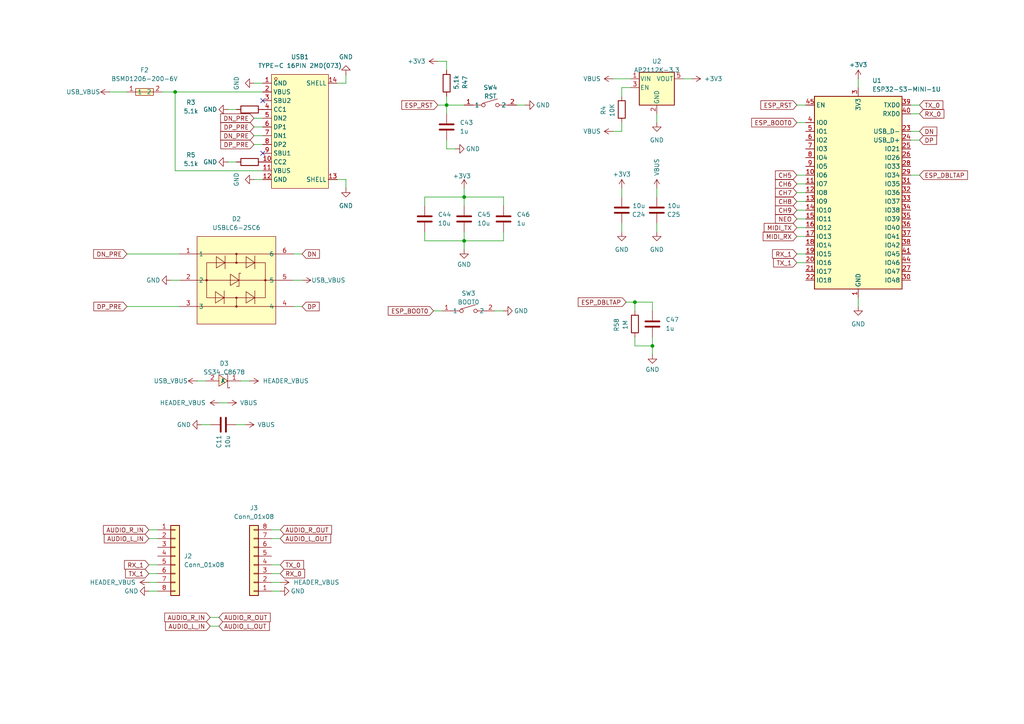
<source format=kicad_sch>
(kicad_sch (version 20250114) (generator "eeschema") (generator_version "9.0")
  (paper "A4")
  (junction (at 317.5 163.83))
  (junction (at 50.8 26.67))
  (junction (at 184.15 87.63))
  (junction (at 129.54 30.48))
  (junction (at 189.23 100.33))
  (junction (at 356.87 161.29))
  (junction (at 356.87 173.99))
  (junction (at 134.62 69.85))
  (junction (at 134.62 57.15))
  (no_connect (at 378.46 176.53))
  (no_connect (at 76.2 29.21))
  (no_connect (at 347.98 163.83))
  (no_connect (at 378.46 166.37))
  (no_connect (at 378.46 171.45))
  (no_connect (at 76.2 44.45))
  (no_connect (at 378.46 143.51))
  (wire (pts (xy 129.54 43.18) (xy 129.54 40.64)))
  (wire (pts (xy 317.5 163.83) (xy 317.5 161.29)))
  (wire (pts (xy 177.8 22.86) (xy 182.88 22.86)))
  (wire (pts (xy 351.79 118.11) (xy 349.25 118.11)))
  (wire (pts (xy 356.87 161.29) (xy 356.87 162.56)))
  (wire (pts (xy 231.14 73.66) (xy 233.68 73.66)))
  (wire (pts (xy 63.5 181.61) (xy 60.96 181.61)))
  (wire (pts (xy 350.52 21.59) (xy 353.06 21.59)))
  (wire (pts (xy 190.5 57.15) (xy 190.5 54.61)))
  (wire (pts (xy 231.14 76.2) (xy 233.68 76.2)))
  (wire (pts (xy 353.06 24.13) (xy 344.17 24.13)))
  (wire (pts (xy 81.28 156.21) (xy 78.74 156.21)))
  (wire (pts (xy 266.7 40.64) (xy 264.16 40.64)))
  (wire (pts (xy 388.62 24.13) (xy 378.46 24.13)))
  (wire (pts (xy 189.23 97.79) (xy 189.23 100.33)))
  (wire (pts (xy 100.33 24.13) (xy 100.33 21.59)))
  (wire (pts (xy 353.06 168.91) (xy 347.98 168.91)))
  (wire (pts (xy 314.96 176.53) (xy 314.96 168.91)))
  (wire (pts (xy 146.05 57.15) (xy 146.05 59.69)))
  (wire (pts (xy 190.5 67.31) (xy 190.5 64.77)))
  (wire (pts (xy 248.92 86.36) (xy 248.92 88.9)))
  (wire (pts (xy 411.48 24.13) (xy 408.94 24.13)))
  (wire (pts (xy 100.33 52.07) (xy 100.33 54.61)))
  (wire (pts (xy 314.96 163.83) (xy 317.5 163.83)))
  (wire (pts (xy 180.34 38.1) (xy 180.34 35.56)))
  (wire (pts (xy 386.08 21.59) (xy 388.62 21.59)))
  (wire (pts (xy 123.19 69.85) (xy 134.62 69.85)))
  (wire (pts (xy 320.04 173.99) (xy 322.58 173.99)))
  (wire (pts (xy 200.66 22.86) (xy 198.12 22.86)))
  (wire (pts (xy 81.28 166.37) (xy 78.74 166.37)))
  (wire (pts (xy 73.66 39.37) (xy 76.2 39.37)))
  (wire (pts (xy 125.73 90.17) (xy 128.27 90.17)))
  (wire (pts (xy 375.92 26.67) (xy 375.92 24.13)))
  (wire (pts (xy 189.23 100.33) (xy 184.15 100.33)))
  (wire (pts (xy 180.34 67.31) (xy 180.34 64.77)))
  (wire (pts (xy 46.99 26.67) (xy 50.8 26.67)))
  (wire (pts (xy 231.14 60.96) (xy 233.68 60.96)))
  (wire (pts (xy 81.28 163.83) (xy 78.74 163.83)))
  (wire (pts (xy 378.46 168.91) (xy 373.38 168.91)))
  (wire (pts (xy 73.66 36.83) (xy 76.2 36.83)))
  (wire (pts (xy 134.62 57.15) (xy 134.62 59.69)))
  (wire (pts (xy 52.07 88.9) (xy 36.83 88.9)))
  (wire (pts (xy 266.7 38.1) (xy 264.16 38.1)))
  (wire (pts (xy 363.22 151.13) (xy 363.22 146.05)))
  (wire (pts (xy 50.8 26.67) (xy 76.2 26.67)))
  (wire (pts (xy 378.46 173.99) (xy 368.3 173.99)))
  (wire (pts (xy 351.79 62.23) (xy 349.25 62.23)))
  (wire (pts (xy 43.18 168.91) (xy 45.72 168.91)))
  (wire (pts (xy 351.79 76.2) (xy 349.25 76.2)))
  (wire (pts (xy 184.15 87.63) (xy 184.15 90.17)))
  (wire (pts (xy 341.63 26.67) (xy 341.63 24.13)))
  (wire (pts (xy 375.92 151.13) (xy 375.92 148.59)))
  (wire (pts (xy 149.86 30.48) (xy 152.4 30.48)))
  (wire (pts (xy 231.14 66.04) (xy 233.68 66.04)))
  (wire (pts (xy 375.92 138.43) (xy 378.46 138.43)))
  (wire (pts (xy 375.92 148.59) (xy 378.46 148.59)))
  (wire (pts (xy 134.62 57.15) (xy 146.05 57.15)))
  (wire (pts (xy 63.5 179.07) (xy 60.96 179.07)))
  (wire (pts (xy 373.38 168.91) (xy 373.38 161.29)))
  (wire (pts (xy 351.79 85.09) (xy 349.25 85.09)))
  (wire (pts (xy 351.79 113.03) (xy 349.25 113.03)))
  (wire (pts (xy 233.68 30.48) (xy 231.14 30.48)))
  (wire (pts (xy 68.58 46.99) (xy 66.04 46.99)))
  (wire (pts (xy 52.07 73.66) (xy 36.83 73.66)))
  (wire (pts (xy 129.54 30.48) (xy 134.62 30.48)))
  (wire (pts (xy 57.15 110.49) (xy 59.69 110.49)))
  (wire (pts (xy 177.8 38.1) (xy 180.34 38.1)))
  (wire (pts (xy 378.46 21.59) (xy 373.38 21.59)))
  (wire (pts (xy 184.15 100.33) (xy 184.15 97.79)))
  (wire (pts (xy 71.12 123.19) (xy 68.58 123.19)))
  (wire (pts (xy 231.14 68.58) (xy 233.68 68.58)))
  (wire (pts (xy 87.63 73.66) (xy 85.09 73.66)))
  (wire (pts (xy 43.18 166.37) (xy 45.72 166.37)))
  (wire (pts (xy 31.75 26.67) (xy 36.83 26.67)))
  (wire (pts (xy 129.54 30.48) (xy 129.54 33.02)))
  (wire (pts (xy 351.79 87.63) (xy 349.25 87.63)))
  (wire (pts (xy 351.79 115.57) (xy 349.25 115.57)))
  (wire (pts (xy 129.54 30.48) (xy 127 30.48)))
  (wire (pts (xy 353.06 161.29) (xy 353.06 168.91)))
  (wire (pts (xy 231.14 35.56) (xy 233.68 35.56)))
  (wire (pts (xy 351.79 104.14) (xy 349.25 104.14)))
  (wire (pts (xy 341.63 187.96) (xy 341.63 193.04)))
  (wire (pts (xy 356.87 172.72) (xy 356.87 173.99)))
  (wire (pts (xy 87.63 81.28) (xy 85.09 81.28)))
  (wire (pts (xy 76.2 52.07) (xy 73.66 52.07)))
  (wire (pts (xy 123.19 57.15) (xy 134.62 57.15)))
  (wire (pts (xy 49.53 81.28) (xy 52.07 81.28)))
  (wire (pts (xy 127 17.78) (xy 129.54 17.78)))
  (wire (pts (xy 347.98 173.99) (xy 356.87 173.99)))
  (wire (pts (xy 356.87 173.99) (xy 360.68 173.99)))
  (wire (pts (xy 180.34 25.4) (xy 180.34 27.94)))
  (wire (pts (xy 81.28 168.91) (xy 78.74 168.91)))
  (wire (pts (xy 129.54 27.94) (xy 129.54 30.48)))
  (wire (pts (xy 351.79 101.6) (xy 349.25 101.6)))
  (wire (pts (xy 363.22 146.05) (xy 365.76 146.05)))
  (wire (pts (xy 330.2 190.5) (xy 330.2 193.04)))
  (wire (pts (xy 73.66 34.29) (xy 76.2 34.29)))
  (wire (pts (xy 316.23 21.59) (xy 318.77 21.59)))
  (wire (pts (xy 134.62 69.85) (xy 146.05 69.85)))
  (wire (pts (xy 81.28 153.67) (xy 78.74 153.67)))
  (wire (pts (xy 341.63 200.66) (xy 341.63 203.2)))
  (wire (pts (xy 317.5 151.13) (xy 317.5 153.67)))
  (wire (pts (xy 266.7 33.02) (xy 264.16 33.02)))
  (wire (pts (xy 344.17 21.59) (xy 339.09 21.59)))
  (wire (pts (xy 180.34 57.15) (xy 180.34 54.61)))
  (wire (pts (xy 123.19 69.85) (xy 123.19 67.31)))
  (wire (pts (xy 341.63 24.13) (xy 339.09 24.13)))
  (wire (pts (xy 330.2 200.66) (xy 330.2 203.2)))
  (wire (pts (xy 373.38 140.97) (xy 378.46 140.97)))
  (wire (pts (xy 266.7 30.48) (xy 264.16 30.48)))
  (wire (pts (xy 180.34 25.4) (xy 182.88 25.4)))
  (wire (pts (xy 378.46 24.13) (xy 378.46 21.59)))
  (wire (pts (xy 69.85 110.49) (xy 72.39 110.49)))
  (wire (pts (xy 134.62 69.85) (xy 134.62 67.31)))
  (wire (pts (xy 375.92 24.13) (xy 373.38 24.13)))
  (wire (pts (xy 60.96 123.19) (xy 58.42 123.19)))
  (wire (pts (xy 189.23 87.63) (xy 189.23 90.17)))
  (wire (pts (xy 363.22 140.97) (xy 365.76 140.97)))
  (wire (pts (xy 81.28 171.45) (xy 78.74 171.45)))
  (wire (pts (xy 43.18 163.83) (xy 45.72 163.83)))
  (wire (pts (xy 248.92 22.86) (xy 248.92 25.4)))
  (wire (pts (xy 87.63 88.9) (xy 85.09 88.9)))
  (wire (pts (xy 189.23 102.87) (xy 189.23 100.33)))
  (wire (pts (xy 43.18 156.21) (xy 45.72 156.21)))
  (wire (pts (xy 408.94 21.59) (xy 411.48 21.59)))
  (wire (pts (xy 129.54 17.78) (xy 129.54 20.32)))
  (wire (pts (xy 143.51 90.17) (xy 146.05 90.17)))
  (wire (pts (xy 190.5 35.56) (xy 190.5 33.02)))
  (wire (pts (xy 50.8 49.53) (xy 50.8 26.67)))
  (wire (pts (xy 231.14 50.8) (xy 233.68 50.8)))
  (wire (pts (xy 320.04 176.53) (xy 320.04 173.99)))
  (wire (pts (xy 43.18 153.67) (xy 45.72 153.67)))
  (wire (pts (xy 351.79 99.06) (xy 349.25 99.06)))
  (wire (pts (xy 134.62 54.61) (xy 134.62 57.15)))
  (wire (pts (xy 231.14 55.88) (xy 233.68 55.88)))
  (wire (pts (xy 181.61 87.63) (xy 184.15 87.63)))
  (wire (pts (xy 231.14 63.5) (xy 233.68 63.5)))
  (wire (pts (xy 231.14 53.34) (xy 233.68 53.34)))
  (wire (pts (xy 351.79 90.17) (xy 349.25 90.17)))
  (wire (pts (xy 322.58 163.83) (xy 317.5 163.83)))
  (wire (pts (xy 266.7 50.8) (xy 264.16 50.8)))
  (wire (pts (xy 43.18 171.45) (xy 45.72 171.45)))
  (wire (pts (xy 351.79 59.69) (xy 349.25 59.69)))
  (wire (pts (xy 134.62 72.39) (xy 134.62 69.85)))
  (wire (pts (xy 353.06 161.29) (xy 356.87 161.29)))
  (wire (pts (xy 356.87 161.29) (xy 373.38 161.29)))
  (wire (pts (xy 375.92 135.89) (xy 375.92 138.43)))
  (wire (pts (xy 97.79 24.13) (xy 100.33 24.13)))
  (wire (pts (xy 373.38 146.05) (xy 378.46 146.05)))
  (wire (pts (xy 76.2 24.13) (xy 73.66 24.13)))
  (wire (pts (xy 146.05 69.85) (xy 146.05 67.31)))
  (wire (pts (xy 123.19 57.15) (xy 123.19 59.69)))
  (wire (pts (xy 351.79 71.12) (xy 349.25 71.12)))
  (wire (pts (xy 344.17 24.13) (xy 344.17 21.59)))
  (wire (pts (xy 314.96 168.91) (xy 322.58 168.91)))
  (wire (pts (xy 73.66 41.91) (xy 76.2 41.91)))
  (wire (pts (xy 132.08 43.18) (xy 129.54 43.18)))
  (wire (pts (xy 76.2 49.53) (xy 50.8 49.53)))
  (wire (pts (xy 411.48 26.67) (xy 411.48 24.13)))
  (wire (pts (xy 351.79 57.15) (xy 349.25 57.15)))
  (wire (pts (xy 231.14 58.42) (xy 233.68 58.42)))
  (wire (pts (xy 184.15 87.63) (xy 189.23 87.63)))
  (wire (pts (xy 97.79 52.07) (xy 100.33 52.07)))
  (wire (pts (xy 68.58 31.75) (xy 66.04 31.75)))
  (wire (pts (xy 63.5 116.84) (xy 66.04 116.84)))
  (wire (pts (xy 351.79 73.66) (xy 349.25 73.66)))
  (global_label "AUDIO_L_OUT" (shape input) (at 81.28 156.21 0) (property "Intersheetrefs" "${INTERSHEET_REFS}" (effects (hide yes))))
  (global_label "ESP_RST" (shape input) (at 231.14 30.48 180) (property "Intersheetrefs" "${INTERSHEET_REFS}" (effects (hide yes))))
  (global_label "NEO" (shape input) (at 231.14 63.5 180) (property "Intersheetrefs" "${INTERSHEET_REFS}" (effects (hide yes))))
  (global_label "DP_PRE" (shape input) (at 73.66 41.91 180) (property "Intersheetrefs" "${INTERSHEET_REFS}" (effects (hide yes))))
  (global_label "RX_0" (shape input) (at 266.7 33.02 0) (property "Intersheetrefs" "${INTERSHEET_REFS}" (effects (hide yes))))
  (global_label "DN_PRE" (shape input) (at 36.83 73.66 180) (property "Intersheetrefs" "${INTERSHEET_REFS}" (effects (hide yes))))
  (global_label "AUDIO_L_IN" (shape input) (at 43.18 156.21 180) (property "Intersheetrefs" "${INTERSHEET_REFS}" (effects (hide yes))))
  (global_label "DN" (shape input) (at 87.63 73.66 0) (property "Intersheetrefs" "${INTERSHEET_REFS}" (effects (hide yes))))
  (global_label "MIDI_RX" (shape input) (at 314.96 163.83 180) (property "Intersheetrefs" "${INTERSHEET_REFS}" (effects (hide yes))))
  (global_label "CH5" (shape input) (at 231.14 50.8 180) (property "Intersheetrefs" "${INTERSHEET_REFS}" (effects (hide yes))))
  (global_label "CH9" (shape input) (at 231.14 60.96 180) (property "Intersheetrefs" "${INTERSHEET_REFS}" (effects (hide yes))))
  (global_label "CH8" (shape input) (at 231.14 58.42 180) (property "Intersheetrefs" "${INTERSHEET_REFS}" (effects (hide yes))))
  (global_label "CH8" (shape input) (at 351.79 57.15 0) (property "Intersheetrefs" "${INTERSHEET_REFS}" (effects (hide yes))))
  (global_label "ESP_BOOT0" (shape input) (at 231.14 35.56 180) (property "Intersheetrefs" "${INTERSHEET_REFS}" (effects (hide yes))))
  (global_label "CH7" (shape input) (at 231.14 55.88 180) (property "Intersheetrefs" "${INTERSHEET_REFS}" (effects (hide yes))))
  (global_label "CH6" (shape input) (at 231.14 53.34 180) (property "Intersheetrefs" "${INTERSHEET_REFS}" (effects (hide yes))))
  (global_label "MIDI_TX" (shape input) (at 231.14 66.04 180) (property "Intersheetrefs" "${INTERSHEET_REFS}" (effects (hide yes))))
  (global_label "DP" (shape input) (at 266.7 40.64 0) (property "Intersheetrefs" "${INTERSHEET_REFS}" (effects (hide yes))))
  (global_label "ESP_RST" (shape input) (at 127 30.48 180) (property "Intersheetrefs" "${INTERSHEET_REFS}" (effects (hide yes))))
  (global_label "ESP_DBLTAP" (shape input) (at 181.61 87.63 180) (property "Intersheetrefs" "${INTERSHEET_REFS}" (effects (hide yes))))
  (global_label "TX_0" (shape input) (at 266.7 30.48 0) (property "Intersheetrefs" "${INTERSHEET_REFS}" (effects (hide yes))))
  (global_label "NEO" (shape input) (at 411.48 21.59 0) (property "Intersheetrefs" "${INTERSHEET_REFS}" (effects (hide yes))))
  (global_label "RX_1" (shape input) (at 231.14 73.66 180) (property "Intersheetrefs" "${INTERSHEET_REFS}" (effects (hide yes))))
  (global_label "ESP_BOOT0" (shape input) (at 125.73 90.17 180) (property "Intersheetrefs" "${INTERSHEET_REFS}" (effects (hide yes))))
  (global_label "DN_PRE" (shape input) (at 73.66 39.37 180) (property "Intersheetrefs" "${INTERSHEET_REFS}" (effects (hide yes))))
  (global_label "RX_1" (shape input) (at 43.18 163.83 180) (property "Intersheetrefs" "${INTERSHEET_REFS}" (effects (hide yes))))
  (global_label "CH5" (shape input) (at 351.79 99.06 0) (property "Intersheetrefs" "${INTERSHEET_REFS}" (effects (hide yes))))
  (global_label "CH6" (shape input) (at 351.79 71.12 0) (property "Intersheetrefs" "${INTERSHEET_REFS}" (effects (hide yes))))
  (global_label "AUDIO_L_OUT" (shape input) (at 63.5 181.61 0) (property "Intersheetrefs" "${INTERSHEET_REFS}" (effects (hide yes))))
  (global_label "DN_PRE" (shape input) (at 73.66 34.29 180) (property "Intersheetrefs" "${INTERSHEET_REFS}" (effects (hide yes))))
  (global_label "CH9" (shape input) (at 351.79 113.03 0) (property "Intersheetrefs" "${INTERSHEET_REFS}" (effects (hide yes))))
  (global_label "AUDIO_R_IN" (shape input) (at 43.18 153.67 180) (property "Intersheetrefs" "${INTERSHEET_REFS}" (effects (hide yes))))
  (global_label "AUDIO_R_OUT" (shape input) (at 81.28 153.67 0) (property "Intersheetrefs" "${INTERSHEET_REFS}" (effects (hide yes))))
  (global_label "MIDI_RX" (shape input) (at 231.14 68.58 180) (property "Intersheetrefs" "${INTERSHEET_REFS}" (effects (hide yes))))
  (global_label "DN" (shape input) (at 266.7 38.1 0) (property "Intersheetrefs" "${INTERSHEET_REFS}" (effects (hide yes))))
  (global_label "TX_1" (shape input) (at 231.14 76.2 180) (property "Intersheetrefs" "${INTERSHEET_REFS}" (effects (hide yes))))
  (global_label "AUDIO_R_OUT" (shape input) (at 63.5 179.07 0) (property "Intersheetrefs" "${INTERSHEET_REFS}" (effects (hide yes))))
  (global_label "DP" (shape input) (at 87.63 88.9 0) (property "Intersheetrefs" "${INTERSHEET_REFS}" (effects (hide yes))))
  (global_label "RX_0" (shape input) (at 81.28 166.37 0) (property "Intersheetrefs" "${INTERSHEET_REFS}" (effects (hide yes))))
  (global_label "CH7" (shape input) (at 351.79 85.09 0) (property "Intersheetrefs" "${INTERSHEET_REFS}" (effects (hide yes))))
  (global_label "AUDIO_L_IN" (shape input) (at 60.96 181.61 180) (property "Intersheetrefs" "${INTERSHEET_REFS}" (effects (hide yes))))
  (global_label "MIDI_TX" (shape input) (at 363.22 140.97 180) (property "Intersheetrefs" "${INTERSHEET_REFS}" (effects (hide yes))))
  (global_label "ESP_DBLTAP" (shape input) (at 266.7 50.8 0) (property "Intersheetrefs" "${INTERSHEET_REFS}" (effects (hide yes))))
  (global_label "AUDIO_R_IN" (shape input) (at 60.96 179.07 180) (property "Intersheetrefs" "${INTERSHEET_REFS}" (effects (hide yes))))
  (global_label "TX_1" (shape input) (at 43.18 166.37 180) (property "Intersheetrefs" "${INTERSHEET_REFS}" (effects (hide yes))))
  (global_label "DP_PRE" (shape input) (at 73.66 36.83 180) (property "Intersheetrefs" "${INTERSHEET_REFS}" (effects (hide yes))))
  (global_label "DP_PRE" (shape input) (at 36.83 88.9 180) (property "Intersheetrefs" "${INTERSHEET_REFS}" (effects (hide yes))))
  (global_label "TX_0" (shape input) (at 81.28 163.83 0) (property "Intersheetrefs" "${INTERSHEET_REFS}" (effects (hide yes))))
  (symbol (lib_id "power:GND") (at 66.04 31.75 270) (mirror x) (unit 1)
    (property "Reference" "#PWR023" (effects (hide yes)))
    (property "Value" "GND" (at 60.96 31.75 90))
    (property "Description" "Power symbol creates a global label with name \"GND\" , ground" (effects (hide yes)))
  )
  (symbol (lib_id "Device:R") (at 180.34 31.75 0) (unit 1)
    (property "Reference" "R4" (at 175.006 32.004 90))
    (property "Value" "10K" (at 177.546 32.004 90))
    (property "Footprint" "Resistor_SMD:R_0402_1005Metric" (effects (hide yes)))
    (property "Description" "Resistor" (effects (hide yes)))
  )
  (symbol (lib_id "Device:C") (at 129.54 36.83 0) (unit 1)
    (property "Reference" "C43" (at 133.35 35.5599 0) (effects (justify left)))
    (property "Value" "1u" (at 133.35 38.0999 0) (effects (justify left)))
    (property "Footprint" "Capacitor_SMD:C_0402_1005Metric" (effects (hide yes)))
    (property "Description" "Unpolarized capacitor" (effects (hide yes)))
  )
  (symbol (lib_id "Regulator_Linear:AP2112K-3.3") (at 190.5 25.4 0) (unit 1)
    (property "Reference" "U2" (at 190.5 17.78 0))
    (property "Value" "AP2112K-3.3" (at 190.5 20.32 0))
    (property "Footprint" "Package_TO_SOT_SMD:SOT-23-5" (effects (hide yes)))
    (property "Datasheet" "https://www.diodes.com/assets/Datasheets/AP2112.pdf" (effects (hide yes)))
    (property "Description" "600mA low dropout linear regulator, with enable pin, 3.8V-6V input voltage range, 3.3V fixed positive output, SOT-23-5" (effects (hide yes)))
  )
  (symbol (lib_id "power:+3V3") (at 351.79 90.17 270) (unit 1)
    (property "Reference" "#PWR05" (effects (hide yes)))
    (property "Value" "+3V3" (at 355.6 90.1701 90) (effects (justify left)))
    (property "Description" "Power symbol creates a global label with name \"+3V3\"" (effects (hide yes)))
  )
  (symbol (lib_id "power:GND") (at 341.63 26.67 0) (mirror y) (unit 1)
    (property "Reference" "#PWR088" (effects (hide yes)))
    (property "Value" "GND" (at 341.63 31.75 0))
    (property "Description" "Power symbol creates a global label with name \"GND\" , ground" (effects (hide yes)))
  )
  (symbol (lib_id "Connector_Generic:Conn_01x08") (at 73.66 163.83 180) (unit 1)
    (property "Reference" "J3" (at 73.66 147.32 0))
    (property "Value" "Conn_01x08" (at 73.66 149.86 0))
    (property "Footprint" "easyeda2kicad:HDR-SMD_8P-P2.54-H-F-L11.5" (effects (hide yes)))
    (property "Description" "Generic connector, single row, 01x08, script generated (kicad-library-utils/schlib/autogen/connector/)" (effects (hide yes)))
  )
  (symbol (lib_id "power:VBUS") (at 190.5 54.61 0) (unit 1)
    (property "Reference" "#PWR046" (effects (hide yes)))
    (property "Value" "VBUS" (at 190.5 48.514 90))
    (property "Description" "Power symbol creates a global label with name \"VBUS\"" (effects (hide yes)))
  )
  (symbol (lib_id "power:GND") (at 351.79 115.57 90) (unit 1)
    (property "Reference" "#PWR02" (effects (hide yes)))
    (property "Value" "GND" (at 355.6 115.5701 90) (effects (justify right)))
    (property "Description" "Power symbol creates a global label with name \"GND\" , ground" (effects (hide yes)))
  )
  (symbol (lib_id "power:VBUS") (at 43.18 168.91 90) (unit 1)
    (property "Reference" "#PWR0116" (effects (hide yes)))
    (property "Value" "HEADER_VBUS" (at 39.37 168.9099 90) (effects (justify left)))
    (property "Description" "Power symbol creates a global label with name \"VBUS\"" (effects (hide yes)))
  )
  (symbol (lib_id "power:VCC") (at 386.08 21.59 90) (unit 1)
    (property "Reference" "#PWR080" (effects (hide yes)))
    (property "Value" "+3V3" (at 382.524 21.59 90) (effects (justify left)))
    (property "Description" "Power symbol creates a global label with name \"VCC\"" (effects (hide yes)))
  )
  (symbol (lib_id "power:GND") (at 49.53 81.28 270) (mirror x) (unit 1)
    (property "Reference" "#PWR0120" (effects (hide yes)))
    (property "Value" "GND" (at 44.45 81.28 90))
    (property "Description" "Power symbol creates a global label with name \"GND\" , ground" (effects (hide yes)))
  )
  (symbol (lib_id "power:VBUS") (at 177.8 22.86 90) (unit 1)
    (property "Reference" "#PWR090" (effects (hide yes)))
    (property "Value" "VBUS" (at 171.704 22.86 90))
    (property "Description" "Power symbol creates a global label with name \"VBUS\"" (effects (hide yes)))
  )
  (symbol (lib_id "power:GND") (at 132.08 43.18 90) (mirror x) (unit 1)
    (property "Reference" "#PWR0137" (effects (hide yes)))
    (property "Value" "GND" (at 137.16 43.18 90))
    (property "Description" "Power symbol creates a global label with name \"GND\" , ground" (effects (hide yes)))
  )
  (symbol (lib_id "power:GND") (at 73.66 52.07 270) (mirror x) (unit 1)
    (property "Reference" "#PWR022" (effects (hide yes)))
    (property "Value" "GND" (at 68.58 52.07 0))
    (property "Description" "Power symbol creates a global label with name \"GND\" , ground" (effects (hide yes)))
  )
  (symbol (lib_id "power:GND") (at 248.92 88.9 0) (mirror y) (unit 1)
    (property "Reference" "#PWR0133" (effects (hide yes)))
    (property "Value" "GND" (at 248.92 93.98 0))
    (property "Description" "Power symbol creates a global label with name \"GND\" , ground" (effects (hide yes)))
  )
  (symbol (lib_id "Connector_Generic:Conn_01x08") (at 50.8 161.29 0) (unit 1)
    (property "Reference" "J2" (at 53.34 161.2899 0) (effects (justify left)))
    (property "Value" "Conn_01x08" (at 53.34 163.8299 0) (effects (justify left)))
    (property "Footprint" "easyeda2kicad:HDR-SMD_8P-P2.54-H-F-L11.5" (effects (hide yes)))
    (property "Description" "Generic connector, single row, 01x08, script generated (kicad-library-utils/schlib/autogen/connector/)" (effects (hide yes)))
  )
  (symbol (lib_id "easyeda2kicad:SK6812MINI-E_C5149201") (at 398.78 22.86 0) (unit 1)
    (property "Reference" "LED3" (at 398.78 13.97 0))
    (property "Value" "SK6812MINI-E_C5149201" (at 398.78 16.51 0))
    (property "Footprint" "easyeda2kicad:LED-SMD_L3.2-W2.8-LS5.9_SK6812MINI-E" (effects (hide yes)))
    (property "LCSC Part" "C5149201" (effects (hide yes)))
  )
  (symbol (lib_id "easyeda2kicad:SK6812MINI-E_C5149201") (at 328.93 22.86 0) (unit 1)
    (property "Reference" "LED1" (at 328.93 13.97 0))
    (property "Value" "SK6812MINI-E_C5149201" (at 328.93 16.51 0))
    (property "Footprint" "easyeda2kicad:LED-SMD_L3.2-W2.8-LS5.9_SK6812MINI-E" (effects (hide yes)))
    (property "LCSC Part" "C5149201" (effects (hide yes)))
  )
  (symbol (lib_id "power:GND") (at 189.23 102.87 0) (mirror y) (unit 1)
    (property "Reference" "#PWR0136" (effects (hide yes)))
    (property "Value" "GND" (at 189.23 107.188 0))
    (property "Description" "Power symbol creates a global label with name \"GND\" , ground" (effects (hide yes)))
  )
  (symbol (lib_id "power:GND") (at 134.62 72.39 0) (mirror y) (unit 1)
    (property "Reference" "#PWR0139" (effects (hide yes)))
    (property "Value" "GND" (at 134.62 76.708 0))
    (property "Description" "Power symbol creates a global label with name \"GND\" , ground" (effects (hide yes)))
  )
  (symbol (lib_id "Device:C") (at 190.5 60.96 0) (unit 1)
    (property "Reference" "C25" (at 197.358 62.23 0) (effects (justify right)))
    (property "Value" "10u" (at 197.358 59.69 0) (effects (justify right)))
    (property "Footprint" "Capacitor_SMD:C_0402_1005Metric" (effects (hide yes)))
    (property "Description" "Unpolarized capacitor" (effects (hide yes)))
  )
  (symbol (lib_id "Device:R") (at 72.39 31.75 90) (unit 1)
    (property "Reference" "R3" (at 55.372 29.718 90))
    (property "Value" "5.1k" (at 55.372 32.258 90))
    (property "Footprint" "Resistor_SMD:R_0402_1005Metric" (effects (hide yes)))
    (property "Description" "Resistor" (effects (hide yes)))
  )
  (symbol (lib_id "power:GND") (at 341.63 203.2 0) (mirror y) (unit 1)
    (property "Reference" "#PWR072" (effects (hide yes)))
    (property "Value" "GND" (at 341.63 208.28 0))
    (property "Description" "Power symbol creates a global label with name \"GND\" , ground" (effects (hide yes)))
  )
  (symbol (lib_id "power:VBUS") (at 57.15 110.49 90) (unit 1)
    (property "Reference" "#PWR091" (effects (hide yes)))
    (property "Value" "USB_VBUS" (at 49.53 110.49 90))
    (property "Description" "Power symbol creates a global label with name \"VBUS\"" (effects (hide yes)))
  )
  (symbol (lib_id "power:VBUS") (at 63.5 116.84 90) (unit 1)
    (property "Reference" "#PWR097" (effects (hide yes)))
    (property "Value" "HEADER_VBUS" (at 59.69 116.8399 90) (effects (justify left)))
    (property "Description" "Power symbol creates a global label with name \"VBUS\"" (effects (hide yes)))
  )
  (symbol (lib_id "power:GND") (at 375.92 151.13 0) (mirror y) (unit 1)
    (property "Reference" "#PWR033" (effects (hide yes)))
    (property "Value" "GND" (at 375.92 156.21 0))
    (property "Description" "Power symbol creates a global label with name \"GND\" , ground" (effects (hide yes)))
  )
  (symbol (lib_id "easyeda2kicad:PJ-327A5JJ") (at 383.54 143.51 180) (unit 1)
    (property "Reference" "CN1" (at 391.16 142.2399 0) (effects (justify right)))
    (property "Value" "MIDI OUT" (at 391.16 144.7799 0) (effects (justify right)))
    (property "Footprint" "easyeda2kicad:AUDIO-SMD_PJ-327A5JJ" (effects (hide yes)))
    (property "Datasheet" "https://lcsc.com/product-detail/Audio-Video-Connectors_SHOU-HAN-PJ-327A-5JJ_C668605.html" (effects (hide yes)))
    (property "LCSC Part" "C668605" (effects (hide yes)))
  )
  (symbol (lib_id "power:+3V3") (at 320.04 176.53 0) (mirror x) (unit 1)
    (property "Reference" "#PWR045" (effects (hide yes)))
    (property "Value" "+3V3" (at 320.04 181.61 0))
    (property "Description" "Power symbol creates a global label with name \"+3V3\"" (effects (hide yes)))
  )
  (symbol (lib_id "Device:R") (at 369.57 146.05 90) (unit 1)
    (property "Reference" "R23" (at 369.316 148.336 90))
    (property "Value" "33" (at 369.316 150.876 90))
    (property "Footprint" "Resistor_SMD:R_0402_1005Metric" (effects (hide yes)))
    (property "Description" "Resistor" (effects (hide yes)))
  )
  (symbol (lib_id "Device:R") (at 364.49 173.99 90) (unit 1)
    (property "Reference" "R22" (at 364.236 176.276 90))
    (property "Value" "470" (at 364.236 178.816 90))
    (property "Footprint" "Resistor_SMD:R_0402_1005Metric" (effects (hide yes)))
    (property "Description" "Resistor" (effects (hide yes)))
  )
  (symbol (lib_id "Device:R") (at 317.5 157.48 180) (unit 1)
    (property "Reference" "R21" (at 321.056 155.956 0))
    (property "Value" "470" (at 321.056 158.496 0))
    (property "Footprint" "Resistor_SMD:R_0402_1005Metric" (effects (hide yes)))
    (property "Description" "Resistor" (effects (hide yes)))
  )
  (symbol (lib_id "Device:C") (at 180.34 60.96 0) (unit 1)
    (property "Reference" "C24" (at 187.198 62.23 0) (effects (justify right)))
    (property "Value" "10u" (at 187.198 59.69 0) (effects (justify right)))
    (property "Footprint" "Capacitor_SMD:C_0402_1005Metric" (effects (hide yes)))
    (property "Description" "Unpolarized capacitor" (effects (hide yes)))
  )
  (symbol (lib_id "power:GND") (at 351.79 73.66 90) (unit 1)
    (property "Reference" "#PWR08" (effects (hide yes)))
    (property "Value" "GND" (at 355.6 73.6601 90) (effects (justify right)))
    (property "Description" "Power symbol creates a global label with name \"GND\" , ground" (effects (hide yes)))
  )
  (symbol (lib_id "power:GND") (at 351.79 101.6 90) (unit 1)
    (property "Reference" "#PWR04" (effects (hide yes)))
    (property "Value" "GND" (at 355.6 101.6001 90) (effects (justify right)))
    (property "Description" "Power symbol creates a global label with name \"GND\" , ground" (effects (hide yes)))
  )
  (symbol (lib_id "Device:C") (at 341.63 196.85 0) (unit 1)
    (property "Reference" "C10" (at 348.488 198.12 0) (effects (justify right)))
    (property "Value" "10u" (at 348.488 195.58 0) (effects (justify right)))
    (property "Footprint" "Capacitor_SMD:C_0402_1005Metric" (effects (hide yes)))
    (property "Description" "Unpolarized capacitor" (effects (hide yes)))
  )
  (symbol (lib_id "power:VCC") (at 180.34 54.61 0) (unit 1)
    (property "Reference" "#PWR0129" (effects (hide yes)))
    (property "Value" "+3V3" (at 180.34 50.546 0))
    (property "Description" "Power symbol creates a global label with name \"VCC\"" (effects (hide yes)))
  )
  (symbol (lib_id "easyeda2kicad:PJ-327A5JJ") (at 383.54 171.45 180) (unit 1)
    (property "Reference" "CN2" (at 391.16 170.1799 0) (effects (justify right)))
    (property "Value" "MIDI IN" (at 391.16 172.7199 0) (effects (justify right)))
    (property "Footprint" "easyeda2kicad:AUDIO-SMD_PJ-327A5JJ" (effects (hide yes)))
    (property "Datasheet" "https://lcsc.com/product-detail/Audio-Video-Connectors_SHOU-HAN-PJ-327A-5JJ_C668605.html" (effects (hide yes)))
    (property "LCSC Part" "C668605" (effects (hide yes)))
  )
  (symbol (lib_id "power:VCC") (at 248.92 22.86 0) (unit 1)
    (property "Reference" "#PWR0102" (effects (hide yes)))
    (property "Value" "+3V3" (at 248.92 18.796 0))
    (property "Description" "Power symbol creates a global label with name \"VCC\"" (effects (hide yes)))
  )
  (symbol (lib_id "easyeda2kicad:TYPE-C16PIN2MD(073)") (at 87.63 38.1 0) (unit 1)
    (property "Reference" "USB1" (at 86.995 16.51 0))
    (property "Value" "TYPE-C 16PIN 2MD(073)" (at 86.995 19.05 0))
    (property "Footprint" "easyeda2kicad:USB-C-SMD_TYPE-C-6PIN-2MD-073" (effects (hide yes)))
    (property "LCSC Part" "C2765186" (effects (hide yes)))
  )
  (symbol (lib_id "easyeda2kicad:SLSS49E-3") (at 341.63 73.66 180) (unit 1)
    (property "Reference" "H0" (at 335.28 74.9301 0) (effects (justify left)))
    (property "Value" "SLSS49E-3" (at 335.28 72.3901 0) (effects (justify left)))
    (property "Footprint" "easyeda2kicad:SOT-23-3_L2.9-W1.6-P1.90-LS2.8-BR-CW" (effects (hide yes)))
    (property "LCSC Part" "C2904393" (effects (hide yes)))
  )
  (symbol (lib_id "power:GND") (at 330.2 203.2 0) (mirror y) (unit 1)
    (property "Reference" "#PWR069" (effects (hide yes)))
    (property "Value" "GND" (at 330.2 208.28 0))
    (property "Description" "Power symbol creates a global label with name \"GND\" , ground" (effects (hide yes)))
  )
  (symbol (lib_id "power:GND") (at 58.42 123.19 270) (mirror x) (unit 1)
    (property "Reference" "#PWR0106" (effects (hide yes)))
    (property "Value" "GND" (at 53.34 123.19 90))
    (property "Description" "Power symbol creates a global label with name \"GND\" , ground" (effects (hide yes)))
  )
  (symbol (lib_id "power:GND") (at 314.96 176.53 0) (mirror y) (unit 1)
    (property "Reference" "#PWR034" (effects (hide yes)))
    (property "Value" "GND" (at 314.96 181.61 0))
    (property "Description" "Power symbol creates a global label with name \"GND\" , ground" (effects (hide yes)))
  )
  (symbol (lib_id "power:GND") (at 66.04 46.99 270) (mirror x) (unit 1)
    (property "Reference" "#PWR024" (effects (hide yes)))
    (property "Value" "GND" (at 60.96 46.99 90))
    (property "Description" "Power symbol creates a global label with name \"GND\" , ground" (effects (hide yes)))
  )
  (symbol (lib_id "power:VBUS") (at 87.63 81.28 270) (unit 1)
    (property "Reference" "#PWR0121" (effects (hide yes)))
    (property "Value" "USB_VBUS" (at 95.25 81.28 90))
    (property "Description" "Power symbol creates a global label with name \"VBUS\"" (effects (hide yes)))
  )
  (symbol (lib_id "power:VBUS") (at 31.75 26.67 90) (unit 1)
    (property "Reference" "#PWR0113" (effects (hide yes)))
    (property "Value" "USB_VBUS" (at 24.13 26.67 90))
    (property "Description" "Power symbol creates a global label with name \"VBUS\"" (effects (hide yes)))
  )
  (symbol (lib_id "power:VBUS") (at 81.28 168.91 270) (unit 1)
    (property "Reference" "#PWR0117" (effects (hide yes)))
    (property "Value" "HEADER_VBUS" (at 85.09 168.9099 90) (effects (justify left)))
    (property "Description" "Power symbol creates a global label with name \"VBUS\"" (effects (hide yes)))
  )
  (symbol (lib_id "power:VBUS") (at 72.39 110.49 270) (unit 1)
    (property "Reference" "#PWR094" (effects (hide yes)))
    (property "Value" "HEADER_VBUS" (at 76.2 110.4899 90) (effects (justify left)))
    (property "Description" "Power symbol creates a global label with name \"VBUS\"" (effects (hide yes)))
  )
  (symbol (lib_id "power:VCC") (at 134.62 54.61 0) (unit 1)
    (property "Reference" "#PWR0140" (effects (hide yes)))
    (property "Value" "+3V3" (at 131.318 51.054 0) (effects (justify left)))
    (property "Description" "Power symbol creates a global label with name \"VCC\"" (effects (hide yes)))
  )
  (symbol (lib_id "power:+3V3") (at 351.79 76.2 270) (unit 1)
    (property "Reference" "#PWR07" (effects (hide yes)))
    (property "Value" "+3V3" (at 355.6 76.2001 90) (effects (justify left)))
    (property "Description" "Power symbol creates a global label with name \"+3V3\"" (effects (hide yes)))
  )
  (symbol (lib_id "easyeda2kicad:TS-1088-AR02016") (at 135.89 90.17 0) (unit 1)
    (property "Reference" "SW3" (at 135.89 85.09 0))
    (property "Value" "BOOT0" (at 135.89 87.63 0))
    (property "Footprint" "easyeda2kicad:SW-SMD_L3.9-W3.0-P4.45" (effects (hide yes)))
    (property "Datasheet" "https://lcsc.com/product-detail/Tactile-Switches_XUNPU-TS-1088-AR02016_C720477.html" (effects (hide yes)))
    (property "LCSC Part" "C720477" (effects (hide yes)))
  )
  (symbol (lib_id "power:VCC") (at 316.23 21.59 90) (unit 1)
    (property "Reference" "#PWR085" (effects (hide yes)))
    (property "Value" "+3V3" (at 312.674 21.59 90) (effects (justify left)))
    (property "Description" "Power symbol creates a global label with name \"VCC\"" (effects (hide yes)))
  )
  (symbol (lib_id "power:GND") (at 81.28 171.45 90) (mirror x) (unit 1)
    (property "Reference" "#PWR0115" (effects (hide yes)))
    (property "Value" "GND" (at 86.36 171.45 90))
    (property "Description" "Power symbol creates a global label with name \"GND\" , ground" (effects (hide yes)))
  )
  (symbol (lib_id "Device:R") (at 184.15 93.98 0) (unit 1)
    (property "Reference" "R58" (at 178.816 94.234 90))
    (property "Value" "1M" (at 181.356 94.234 90))
    (property "Footprint" "Resistor_SMD:R_0402_1005Metric" (effects (hide yes)))
    (property "Description" "Resistor" (effects (hide yes)))
  )
  (symbol (lib_id "power:+3V3") (at 351.79 104.14 270) (unit 1)
    (property "Reference" "#PWR03" (effects (hide yes)))
    (property "Value" "+3V3" (at 355.6 104.1401 90) (effects (justify left)))
    (property "Description" "Power symbol creates a global label with name \"+3V3\"" (effects (hide yes)))
  )
  (symbol (lib_id "power:VCC") (at 350.52 21.59 90) (unit 1)
    (property "Reference" "#PWR078" (effects (hide yes)))
    (property "Value" "+3V3" (at 346.964 21.59 90) (effects (justify left)))
    (property "Description" "Power symbol creates a global label with name \"VCC\"" (effects (hide yes)))
  )
  (symbol (lib_id "power:GND") (at 351.79 87.63 90) (unit 1)
    (property "Reference" "#PWR06" (effects (hide yes)))
    (property "Value" "GND" (at 355.6 87.6301 90) (effects (justify right)))
    (property "Description" "Power symbol creates a global label with name \"GND\" , ground" (effects (hide yes)))
  )
  (symbol (lib_id "power:GND") (at 100.33 54.61 0) (mirror y) (unit 1)
    (property "Reference" "#PWR019" (effects (hide yes)))
    (property "Value" "GND" (at 100.33 59.69 0))
    (property "Description" "Power symbol creates a global label with name \"GND\" , ground" (effects (hide yes)))
  )
  (symbol (lib_id "power:+3V3") (at 351.79 62.23 270) (unit 1)
    (property "Reference" "#PWR09" (effects (hide yes)))
    (property "Value" "+3V3" (at 355.6 62.2301 90) (effects (justify left)))
    (property "Description" "Power symbol creates a global label with name \"+3V3\"" (effects (hide yes)))
  )
  (symbol (lib_id "easyeda2kicad:H11L1S(TA)") (at 335.28 168.91 0) (unit 1)
    (property "Reference" "U10" (at 335.28 156.21 0))
    (property "Value" "H11L1S(TA)" (at 335.28 158.75 0))
    (property "Footprint" "easyeda2kicad:SMD-6_L7.3-W6.5-P2.54-LS10.2-BL" (effects (hide yes)))
    (property "Datasheet" "https://lcsc.com/product-detail/SMD-Optocouplers_H11L1S-TA_C78589.html" (effects (hide yes)))
    (property "LCSC Part" "C78589" (effects (hide yes)))
  )
  (symbol (lib_id "power:GND") (at 411.48 26.67 0) (mirror y) (unit 1)
    (property "Reference" "#PWR082" (effects (hide yes)))
    (property "Value" "GND" (at 411.48 31.75 0))
    (property "Description" "Power symbol creates a global label with name \"GND\" , ground" (effects (hide yes)))
  )
  (symbol (lib_id "power:+3V3") (at 363.22 151.13 0) (mirror x) (unit 1)
    (property "Reference" "#PWR031" (effects (hide yes)))
    (property "Value" "+3V3" (at 363.22 156.21 0))
    (property "Description" "Power symbol creates a global label with name \"+3V3\"" (effects (hide yes)))
  )
  (symbol (lib_id "power:GND") (at 180.34 67.31 0) (mirror y) (unit 1)
    (property "Reference" "#PWR0131" (effects (hide yes)))
    (property "Value" "GND" (at 180.34 72.39 0))
    (property "Description" "Power symbol creates a global label with name \"GND\" , ground" (effects (hide yes)))
  )
  (symbol (lib_id "power:VBUS") (at 177.8 38.1 90) (unit 1)
    (property "Reference" "#PWR0101" (effects (hide yes)))
    (property "Value" "VBUS" (at 171.704 38.1 90))
    (property "Description" "Power symbol creates a global label with name \"VBUS\"" (effects (hide yes)))
  )
  (symbol (lib_id "easyeda2kicad:USBLC6-2SC6") (at 68.58 81.28 0) (unit 1)
    (property "Reference" "D2" (at 68.58 63.5 0))
    (property "Value" "USBLC6-2SC6" (at 68.58 66.04 0))
    (property "Footprint" "easyeda2kicad:SOT-23-6_L2.9-W1.6-P0.95-LS2.8-BL" (effects (hide yes)))
    (property "Datasheet" "https://lcsc.com/product-detail/Diodes-ESD_STMicroelectronics_USBLC6-2SC6_USBLC6-2SC6_C7519.html" (effects (hide yes)))
    (property "LCSC Part" "C7519" (effects (hide yes)))
  )
  (symbol (lib_id "easyeda2kicad:SLSS49E-3") (at 341.63 115.57 180) (unit 1)
    (property "Reference" "H3" (at 335.28 116.8401 0) (effects (justify left)))
    (property "Value" "SLSS49E-3" (at 335.28 114.3001 0) (effects (justify left)))
    (property "Footprint" "easyeda2kicad:SOT-23-3_L2.9-W1.6-P1.90-LS2.8-BR-CW" (effects (hide yes)))
    (property "LCSC Part" "C2904393" (effects (hide yes)))
  )
  (symbol (lib_id "easyeda2kicad:SLSS49E-3") (at 341.63 59.69 180) (unit 1)
    (property "Reference" "H4" (at 335.28 60.9601 0) (effects (justify left)))
    (property "Value" "SLSS49E-3" (at 335.28 58.4201 0) (effects (justify left)))
    (property "Footprint" "easyeda2kicad:SOT-23-3_L2.9-W1.6-P1.90-LS2.8-BR-CW" (effects (hide yes)))
    (property "LCSC Part" "C2904393" (effects (hide yes)))
  )
  (symbol (lib_id "Device:R") (at 72.39 46.99 90) (unit 1)
    (property "Reference" "R5" (at 55.372 44.958 90))
    (property "Value" "5.1k" (at 55.372 47.498 90))
    (property "Footprint" "Resistor_SMD:R_0402_1005Metric" (effects (hide yes)))
    (property "Description" "Resistor" (effects (hide yes)))
  )
  (symbol (lib_id "power:GND") (at 351.79 59.69 90) (unit 1)
    (property "Reference" "#PWR010" (effects (hide yes)))
    (property "Value" "GND" (at 355.6 59.6901 90) (effects (justify right)))
    (property "Description" "Power symbol creates a global label with name \"GND\" , ground" (effects (hide yes)))
  )
  (symbol (lib_id "Device:C") (at 64.77 123.19 270) (unit 1)
    (property "Reference" "C11" (at 63.5 130.048 0) (effects (justify right)))
    (property "Value" "10u" (at 66.04 130.048 0) (effects (justify right)))
    (property "Footprint" "Capacitor_SMD:C_0402_1005Metric" (effects (hide yes)))
    (property "Description" "Unpolarized capacitor" (effects (hide yes)))
  )
  (symbol (lib_id "power:GND") (at 100.33 21.59 0) (mirror x) (unit 1)
    (property "Reference" "#PWR020" (effects (hide yes)))
    (property "Value" "GND" (at 100.33 16.51 0))
    (property "Description" "Power symbol creates a global label with name \"GND\" , ground" (effects (hide yes)))
  )
  (symbol (lib_id "power:VCC") (at 341.63 187.96 0) (unit 1)
    (property "Reference" "#PWR063" (effects (hide yes)))
    (property "Value" "+3V3" (at 341.63 184.404 90) (effects (justify left)))
    (property "Description" "Power symbol creates a global label with name \"VCC\"" (effects (hide yes)))
  )
  (symbol (lib_id "Device:C") (at 123.19 63.5 0) (unit 1)
    (property "Reference" "C44" (at 127 62.2299 0) (effects (justify left)))
    (property "Value" "10u" (at 127 64.7699 0) (effects (justify left)))
    (property "Footprint" "Capacitor_SMD:C_0402_1005Metric" (effects (hide yes)))
    (property "Description" "Unpolarized capacitor" (effects (hide yes)))
  )
  (symbol (lib_id "Device:C") (at 134.62 63.5 0) (unit 1)
    (property "Reference" "C45" (at 138.43 62.2299 0) (effects (justify left)))
    (property "Value" "10u" (at 138.43 64.7699 0) (effects (justify left)))
    (property "Footprint" "Capacitor_SMD:C_0402_1005Metric" (effects (hide yes)))
    (property "Description" "Unpolarized capacitor" (effects (hide yes)))
  )
  (symbol (lib_id "Device:R") (at 129.54 24.13 180) (unit 1)
    (property "Reference" "R47" (at 134.874 23.876 90))
    (property "Value" "5.1k" (at 132.334 23.876 90))
    (property "Footprint" "Resistor_SMD:R_0402_1005Metric" (effects (hide yes)))
    (property "Description" "Resistor" (effects (hide yes)))
  )
  (symbol (lib_id "power:VCC") (at 330.2 190.5 0) (unit 1)
    (property "Reference" "#PWR066" (effects (hide yes)))
    (property "Value" "+3V3" (at 330.2 186.944 90) (effects (justify left)))
    (property "Description" "Power symbol creates a global label with name \"VCC\"" (effects (hide yes)))
  )
  (symbol (lib_id "power:GND") (at 190.5 35.56 0) (mirror y) (unit 1)
    (property "Reference" "#PWR0130" (effects (hide yes)))
    (property "Value" "GND" (at 190.5 40.64 0))
    (property "Description" "Power symbol creates a global label with name \"GND\" , ground" (effects (hide yes)))
  )
  (symbol (lib_id "Device:C") (at 189.23 93.98 0) (unit 1)
    (property "Reference" "C47" (at 193.04 92.7099 0) (effects (justify left)))
    (property "Value" "1u" (at 193.04 95.2499 0) (effects (justify left)))
    (property "Footprint" "Capacitor_SMD:C_0402_1005Metric" (effects (hide yes)))
    (property "Description" "Unpolarized capacitor" (effects (hide yes)))
  )
  (symbol (lib_id "easyeda2kicad:BSMD1206-200-6V") (at 41.91 26.67 0) (unit 1)
    (property "Reference" "F2" (at 41.91 20.32 0))
    (property "Value" "BSMD1206-200-6V" (at 41.91 22.86 0))
    (property "Footprint" "easyeda2kicad:F1206" (effects (hide yes)))
    (property "Datasheet" "https://lcsc.com/product-detail/PTC-Resettable-Fuses_BHFUSE-BSMD1206-200-6V_C883134.html" (effects (hide yes)))
    (property "LCSC Part" "C883134" (effects (hide yes)))
  )
  (symbol (lib_id "easyeda2kicad:SLSS49E-3") (at 341.63 101.6 180) (unit 1)
    (property "Reference" "H2" (at 335.28 102.8701 0) (effects (justify left)))
    (property "Value" "SLSS49E-3" (at 335.28 100.3301 0) (effects (justify left)))
    (property "Footprint" "easyeda2kicad:SOT-23-3_L2.9-W1.6-P1.90-LS2.8-BR-CW" (effects (hide yes)))
    (property "LCSC Part" "C2904393" (effects (hide yes)))
  )
  (symbol (lib_id "power:GND") (at 190.5 67.31 0) (mirror y) (unit 1)
    (property "Reference" "#PWR0132" (effects (hide yes)))
    (property "Value" "GND" (at 190.5 72.39 0))
    (property "Description" "Power symbol creates a global label with name \"GND\" , ground" (effects (hide yes)))
  )
  (symbol (lib_id "power:+3V3") (at 317.5 151.13 0) (mirror y) (unit 1)
    (property "Reference" "#PWR030" (effects (hide yes)))
    (property "Value" "+3V3" (at 317.5 146.05 0))
    (property "Description" "Power symbol creates a global label with name \"+3V3\"" (effects (hide yes)))
  )
  (symbol (lib_id "power:+3V3") (at 351.79 118.11 270) (unit 1)
    (property "Reference" "#PWR01" (effects (hide yes)))
    (property "Value" "+3V3" (at 355.6 118.1101 90) (effects (justify left)))
    (property "Description" "Power symbol creates a global label with name \"+3V3\"" (effects (hide yes)))
  )
  (symbol (lib_id "easyeda2kicad:TS-1088-AR02016") (at 142.24 30.48 0) (unit 1)
    (property "Reference" "SW4" (at 142.24 25.4 0))
    (property "Value" "RST" (at 142.24 27.94 0))
    (property "Footprint" "easyeda2kicad:SW-SMD_L3.9-W3.0-P4.45" (effects (hide yes)))
    (property "Datasheet" "https://lcsc.com/product-detail/Tactile-Switches_XUNPU-TS-1088-AR02016_C720477.html" (effects (hide yes)))
    (property "LCSC Part" "C720477" (effects (hide yes)))
  )
  (symbol (lib_id "power:VBUS") (at 71.12 123.19 270) (unit 1)
    (property "Reference" "#PWR0103" (effects (hide yes)))
    (property "Value" "VBUS" (at 77.216 123.19 90))
    (property "Description" "Power symbol creates a global label with name \"VBUS\"" (effects (hide yes)))
  )
  (symbol (lib_id "power:GND") (at 73.66 24.13 270) (mirror x) (unit 1)
    (property "Reference" "#PWR021" (effects (hide yes)))
    (property "Value" "GND" (at 68.58 24.13 0))
    (property "Description" "Power symbol creates a global label with name \"GND\" , ground" (effects (hide yes)))
  )
  (symbol (lib_id "easyeda2kicad:SS34_C8678") (at 64.77 110.49 180) (unit 1)
    (property "Reference" "D3" (at 65.025 105.41 0))
    (property "Value" "SS34_C8678" (at 65.025 107.95 0))
    (property "Footprint" "easyeda2kicad:SMA_L4.3-W2.6-LS5.2-RD" (effects (hide yes)))
    (property "Datasheet" "https://lcsc.com/product-detail/Schottky-Barrier-Diodes-SBD_SS34_C8678.html" (effects (hide yes)))
    (property "LCSC Part" "C8678" (effects (hide yes)))
  )
  (symbol (lib_id "RF_Module:ESP32-S3-MINI-1U") (at 248.92 55.88 0) (unit 1)
    (property "Reference" "U1" (at 252.984 23.368 0) (effects (justify left)))
    (property "Value" "ESP32-S3-MINI-1U" (at 252.984 25.908 0) (effects (justify left)))
    (property "Footprint" "RF_Module:ESP32-S2-MINI-1U" (effects (hide yes)))
    (property "Datasheet" "https://www.espressif.com/sites/default/files/documentation/esp32-s3-mini-1_mini-1u_datasheet_en.pdf" (effects (hide yes)))
    (property "Description" "RF Module, ESP32-S3 SoC, Wi-Fi 802.11b/g/n, Bluetooth, BLE, 32-bit, 3.3V, SMD, external antenna" (effects (hide yes)))
  )
  (symbol (lib_id "power:GND") (at 43.18 171.45 270) (mirror x) (unit 1)
    (property "Reference" "#PWR0114" (effects (hide yes)))
    (property "Value" "GND" (at 38.1 171.45 90))
    (property "Description" "Power symbol creates a global label with name \"GND\" , ground" (effects (hide yes)))
  )
  (symbol (lib_id "power:GND") (at 146.05 90.17 90) (mirror x) (unit 1)
    (property "Reference" "#PWR0135" (effects (hide yes)))
    (property "Value" "GND" (at 151.13 90.17 90))
    (property "Description" "Power symbol creates a global label with name \"GND\" , ground" (effects (hide yes)))
  )
  (symbol (lib_id "easyeda2kicad:SK6812MINI-E_C5149201") (at 363.22 22.86 0) (unit 1)
    (property "Reference" "LED2" (at 363.22 13.97 0))
    (property "Value" "SK6812MINI-E_C5149201" (at 363.22 16.51 0))
    (property "Footprint" "easyeda2kicad:LED-SMD_L3.2-W2.8-LS5.9_SK6812MINI-E" (effects (hide yes)))
    (property "LCSC Part" "C5149201" (effects (hide yes)))
  )
  (symbol (lib_id "power:VCC") (at 127 17.78 90) (unit 1)
    (property "Reference" "#PWR0134" (effects (hide yes)))
    (property "Value" "+3V3" (at 123.444 17.78 90) (effects (justify left)))
    (property "Description" "Power symbol creates a global label with name \"VCC\"" (effects (hide yes)))
  )
  (symbol (lib_id "Device:C") (at 330.2 196.85 180) (unit 1)
    (property "Reference" "C9" (at 334.01 195.5799 0) (effects (justify right)))
    (property "Value" "100n" (at 334.01 198.1199 0) (effects (justify right)))
    (property "Footprint" "Capacitor_SMD:C_0402_1005Metric" (effects (hide yes)))
    (property "Description" "Unpolarized capacitor" (effects (hide yes)))
  )
  (symbol (lib_id "Device:C") (at 146.05 63.5 0) (unit 1)
    (property "Reference" "C46" (at 149.86 62.2299 0) (effects (justify left)))
    (property "Value" "1u" (at 149.86 64.7699 0) (effects (justify left)))
    (property "Footprint" "Capacitor_SMD:C_0402_1005Metric" (effects (hide yes)))
    (property "Description" "Unpolarized capacitor" (effects (hide yes)))
  )
  (symbol (lib_id "power:GND") (at 375.92 135.89 0) (mirror x) (unit 1)
    (property "Reference" "#PWR089" (effects (hide yes)))
    (property "Value" "GND" (at 375.92 130.81 0))
    (property "Description" "Power symbol creates a global label with name \"GND\" , ground" (effects (hide yes)))
  )
  (symbol (lib_id "power:GND") (at 152.4 30.48 90) (mirror x) (unit 1)
    (property "Reference" "#PWR0138" (effects (hide yes)))
    (property "Value" "GND" (at 157.48 30.48 90))
    (property "Description" "Power symbol creates a global label with name \"GND\" , ground" (effects (hide yes)))
  )
  (symbol (lib_id "Device:R") (at 369.57 140.97 90) (unit 1)
    (property "Reference" "R24" (at 369.316 136.144 90))
    (property "Value" "10" (at 369.316 138.684 90))
    (property "Footprint" "Resistor_SMD:R_0402_1005Metric" (effects (hide yes)))
    (property "Description" "Resistor" (effects (hide yes)))
  )
  (symbol (lib_id "easyeda2kicad:SLSS49E-3") (at 341.63 87.63 180) (unit 1)
    (property "Reference" "H1" (at 335.28 88.9001 0) (effects (justify left)))
    (property "Value" "SLSS49E-3" (at 335.28 86.3601 0) (effects (justify left)))
    (property "Footprint" "easyeda2kicad:SOT-23-3_L2.9-W1.6-P1.90-LS2.8-BR-CW" (effects (hide yes)))
    (property "LCSC Part" "C2904393" (effects (hide yes)))
  )
  (symbol (lib_id "power:VCC") (at 200.66 22.86 270) (unit 1)
    (property "Reference" "#PWR0128" (effects (hide yes)))
    (property "Value" "+3V3" (at 204.216 22.86 90) (effects (justify left)))
    (property "Description" "Power symbol creates a global label with name \"VCC\"" (effects (hide yes)))
  )
  (symbol (lib_id "easyeda2kicad:SS34_C8678") (at 356.87 167.64 90) (unit 1)
    (property "Reference" "D1" (at 360.68 166.6249 90) (effects (justify right)))
    (property "Value" "SS34_C8678" (at 360.68 169.1649 90) (effects (justify right)))
    (property "Footprint" "easyeda2kicad:SMA_L4.3-W2.6-LS5.2-RD" (effects (hide yes)))
    (property "Datasheet" "https://lcsc.com/product-detail/Schottky-Barrier-Diodes-SBD_SS34_C8678.html" (effects (hide yes)))
    (property "LCSC Part" "C8678" (effects (hide yes)))
  )
  (symbol (lib_id "power:GND") (at 375.92 26.67 0) (mirror y) (unit 1)
    (property "Reference" "#PWR075" (effects (hide yes)))
    (property "Value" "GND" (at 375.92 31.75 0))
    (property "Description" "Power symbol creates a global label with name \"GND\" , ground" (effects (hide yes)))
  )
  (symbol (lib_id "power:VBUS") (at 66.04 116.84 270) (unit 1)
    (property "Reference" "#PWR0100" (effects (hide yes)))
    (property "Value" "VBUS" (at 72.136 116.84 90))
    (property "Description" "Power symbol creates a global label with name \"VBUS\"" (effects (hide yes)))
  )
)
</source>
